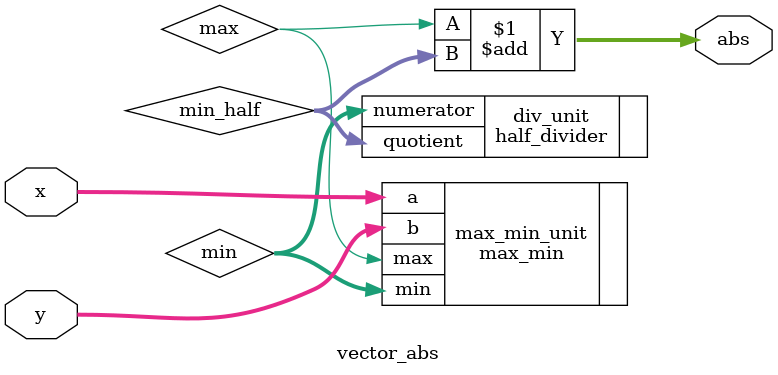
<source format=sv>
module vector_abs(
  input  logic [31:0] x,
  input  logic [31:0] y,
  output logic [31:0] abs
);


  logic [31:0] min;
  logic [31:0] min_half;

  max_min max_min_unit(
    .a(x),
    .b(y),
    .max(max),
    .min(min)
  );

  half_divider div_unit(
    .numerator(min),
    .quotient(min_half)
  );

  assign abs = max + min_half;

endmodule

</source>
